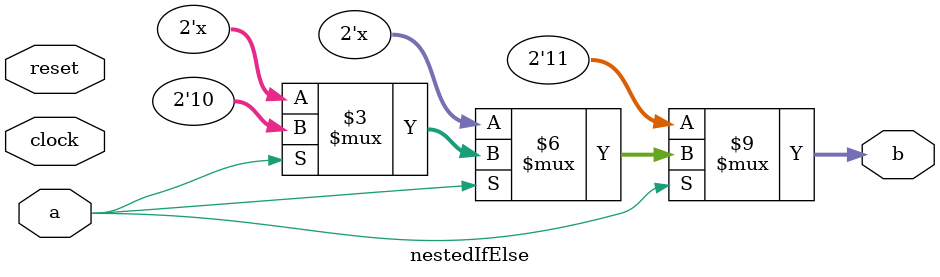
<source format=v>
module nestedIfElse(clock,reset,a,b);
	input clock;
	input reset;
	input a;
	output [1:0]b;

	always @ (*) begin
		if (a) begin
			if (0) begin
				b=1;
				end
			else begin
				if (1) begin
					b=2;
					end
				end
			end
		else begin
			b=3;
			end
		end

	endmodule 

</source>
